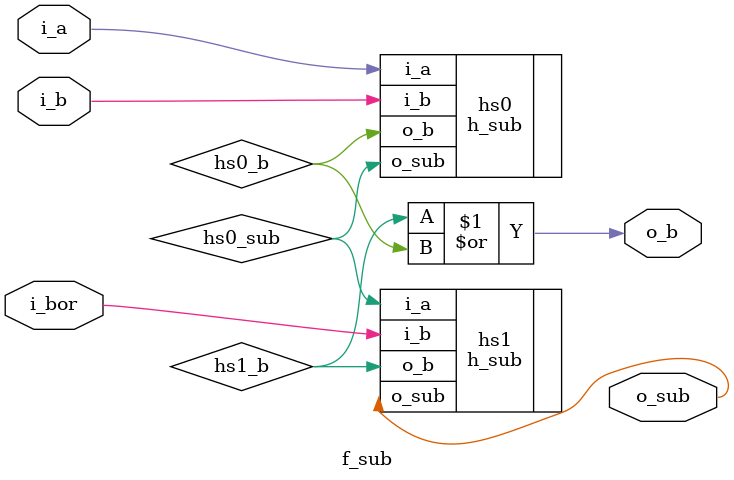
<source format=v>
`timescale 1ns / 1ps
module f_sub(
i_a,
i_b,
i_bor,
o_sub,
o_b
);


input i_a, i_b, i_bor;

output o_sub, o_b;

wire hs0_sub;
wire hs1_sub;
wire hs0_b;
wire hs1_b;


h_sub hs0(
.i_a(i_a),
.i_b(i_b),
.o_sub(hs0_sub),
.o_b(hs0_b)
);

h_sub hs1(
.i_a(hs0_sub),
.i_b(i_bor),
.o_sub(o_sub),
.o_b(hs1_b)
);

assign o_b = hs1_b | hs0_b;

endmodule

</source>
